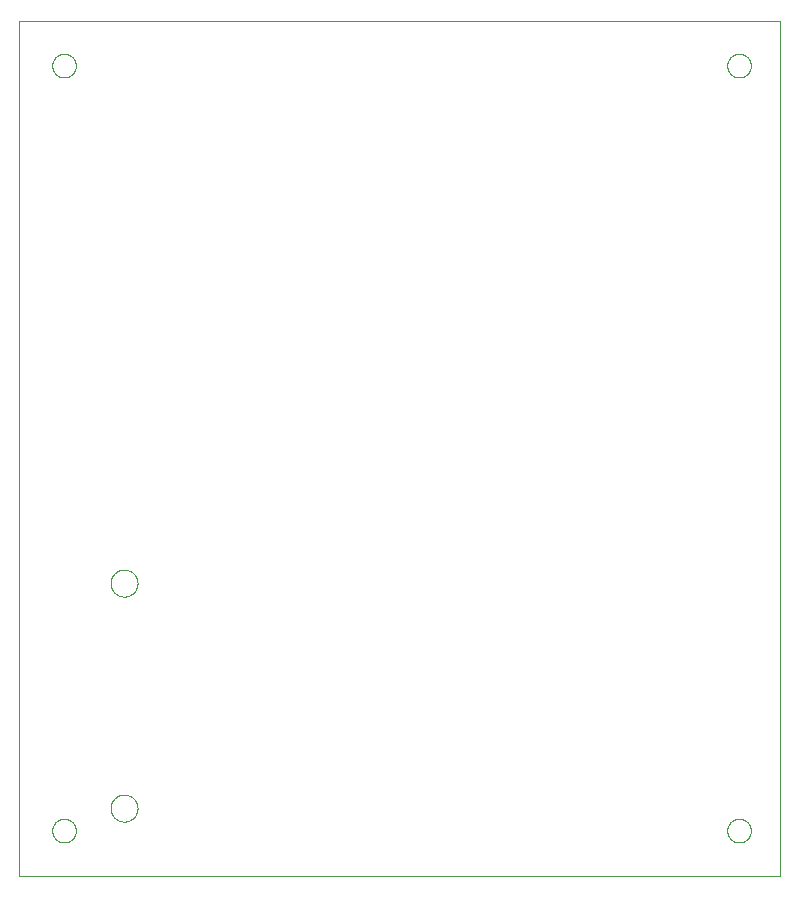
<source format=gko>
G75*
%MOIN*%
%OFA0B0*%
%FSLAX25Y25*%
%IPPOS*%
%LPD*%
%AMOC8*
5,1,8,0,0,1.08239X$1,22.5*
%
%ADD10C,0.00000*%
D10*
X0001000Y0001000D02*
X0001000Y0285961D01*
X0254701Y0285961D01*
X0254701Y0001000D01*
X0001000Y0001000D01*
X0012063Y0016000D02*
X0012065Y0016125D01*
X0012071Y0016250D01*
X0012081Y0016374D01*
X0012095Y0016498D01*
X0012112Y0016622D01*
X0012134Y0016745D01*
X0012160Y0016867D01*
X0012189Y0016989D01*
X0012222Y0017109D01*
X0012260Y0017228D01*
X0012300Y0017347D01*
X0012345Y0017463D01*
X0012393Y0017578D01*
X0012445Y0017692D01*
X0012501Y0017804D01*
X0012560Y0017914D01*
X0012622Y0018022D01*
X0012688Y0018129D01*
X0012757Y0018233D01*
X0012830Y0018334D01*
X0012905Y0018434D01*
X0012984Y0018531D01*
X0013066Y0018625D01*
X0013151Y0018717D01*
X0013238Y0018806D01*
X0013329Y0018892D01*
X0013422Y0018975D01*
X0013518Y0019056D01*
X0013616Y0019133D01*
X0013716Y0019207D01*
X0013819Y0019278D01*
X0013924Y0019345D01*
X0014032Y0019410D01*
X0014141Y0019470D01*
X0014252Y0019528D01*
X0014365Y0019581D01*
X0014479Y0019631D01*
X0014595Y0019678D01*
X0014712Y0019720D01*
X0014831Y0019759D01*
X0014951Y0019795D01*
X0015072Y0019826D01*
X0015194Y0019854D01*
X0015316Y0019877D01*
X0015440Y0019897D01*
X0015564Y0019913D01*
X0015688Y0019925D01*
X0015813Y0019933D01*
X0015938Y0019937D01*
X0016062Y0019937D01*
X0016187Y0019933D01*
X0016312Y0019925D01*
X0016436Y0019913D01*
X0016560Y0019897D01*
X0016684Y0019877D01*
X0016806Y0019854D01*
X0016928Y0019826D01*
X0017049Y0019795D01*
X0017169Y0019759D01*
X0017288Y0019720D01*
X0017405Y0019678D01*
X0017521Y0019631D01*
X0017635Y0019581D01*
X0017748Y0019528D01*
X0017859Y0019470D01*
X0017969Y0019410D01*
X0018076Y0019345D01*
X0018181Y0019278D01*
X0018284Y0019207D01*
X0018384Y0019133D01*
X0018482Y0019056D01*
X0018578Y0018975D01*
X0018671Y0018892D01*
X0018762Y0018806D01*
X0018849Y0018717D01*
X0018934Y0018625D01*
X0019016Y0018531D01*
X0019095Y0018434D01*
X0019170Y0018334D01*
X0019243Y0018233D01*
X0019312Y0018129D01*
X0019378Y0018022D01*
X0019440Y0017914D01*
X0019499Y0017804D01*
X0019555Y0017692D01*
X0019607Y0017578D01*
X0019655Y0017463D01*
X0019700Y0017347D01*
X0019740Y0017228D01*
X0019778Y0017109D01*
X0019811Y0016989D01*
X0019840Y0016867D01*
X0019866Y0016745D01*
X0019888Y0016622D01*
X0019905Y0016498D01*
X0019919Y0016374D01*
X0019929Y0016250D01*
X0019935Y0016125D01*
X0019937Y0016000D01*
X0019935Y0015875D01*
X0019929Y0015750D01*
X0019919Y0015626D01*
X0019905Y0015502D01*
X0019888Y0015378D01*
X0019866Y0015255D01*
X0019840Y0015133D01*
X0019811Y0015011D01*
X0019778Y0014891D01*
X0019740Y0014772D01*
X0019700Y0014653D01*
X0019655Y0014537D01*
X0019607Y0014422D01*
X0019555Y0014308D01*
X0019499Y0014196D01*
X0019440Y0014086D01*
X0019378Y0013978D01*
X0019312Y0013871D01*
X0019243Y0013767D01*
X0019170Y0013666D01*
X0019095Y0013566D01*
X0019016Y0013469D01*
X0018934Y0013375D01*
X0018849Y0013283D01*
X0018762Y0013194D01*
X0018671Y0013108D01*
X0018578Y0013025D01*
X0018482Y0012944D01*
X0018384Y0012867D01*
X0018284Y0012793D01*
X0018181Y0012722D01*
X0018076Y0012655D01*
X0017968Y0012590D01*
X0017859Y0012530D01*
X0017748Y0012472D01*
X0017635Y0012419D01*
X0017521Y0012369D01*
X0017405Y0012322D01*
X0017288Y0012280D01*
X0017169Y0012241D01*
X0017049Y0012205D01*
X0016928Y0012174D01*
X0016806Y0012146D01*
X0016684Y0012123D01*
X0016560Y0012103D01*
X0016436Y0012087D01*
X0016312Y0012075D01*
X0016187Y0012067D01*
X0016062Y0012063D01*
X0015938Y0012063D01*
X0015813Y0012067D01*
X0015688Y0012075D01*
X0015564Y0012087D01*
X0015440Y0012103D01*
X0015316Y0012123D01*
X0015194Y0012146D01*
X0015072Y0012174D01*
X0014951Y0012205D01*
X0014831Y0012241D01*
X0014712Y0012280D01*
X0014595Y0012322D01*
X0014479Y0012369D01*
X0014365Y0012419D01*
X0014252Y0012472D01*
X0014141Y0012530D01*
X0014031Y0012590D01*
X0013924Y0012655D01*
X0013819Y0012722D01*
X0013716Y0012793D01*
X0013616Y0012867D01*
X0013518Y0012944D01*
X0013422Y0013025D01*
X0013329Y0013108D01*
X0013238Y0013194D01*
X0013151Y0013283D01*
X0013066Y0013375D01*
X0012984Y0013469D01*
X0012905Y0013566D01*
X0012830Y0013666D01*
X0012757Y0013767D01*
X0012688Y0013871D01*
X0012622Y0013978D01*
X0012560Y0014086D01*
X0012501Y0014196D01*
X0012445Y0014308D01*
X0012393Y0014422D01*
X0012345Y0014537D01*
X0012300Y0014653D01*
X0012260Y0014772D01*
X0012222Y0014891D01*
X0012189Y0015011D01*
X0012160Y0015133D01*
X0012134Y0015255D01*
X0012112Y0015378D01*
X0012095Y0015502D01*
X0012081Y0015626D01*
X0012071Y0015750D01*
X0012065Y0015875D01*
X0012063Y0016000D01*
X0031500Y0023500D02*
X0031502Y0023634D01*
X0031508Y0023768D01*
X0031518Y0023901D01*
X0031532Y0024035D01*
X0031550Y0024168D01*
X0031572Y0024300D01*
X0031597Y0024431D01*
X0031627Y0024562D01*
X0031661Y0024692D01*
X0031698Y0024820D01*
X0031739Y0024948D01*
X0031784Y0025074D01*
X0031833Y0025199D01*
X0031885Y0025322D01*
X0031941Y0025444D01*
X0032001Y0025564D01*
X0032064Y0025682D01*
X0032131Y0025798D01*
X0032201Y0025912D01*
X0032275Y0026024D01*
X0032352Y0026134D01*
X0032432Y0026242D01*
X0032515Y0026347D01*
X0032601Y0026449D01*
X0032690Y0026549D01*
X0032783Y0026646D01*
X0032878Y0026741D01*
X0032976Y0026832D01*
X0033076Y0026921D01*
X0033179Y0027006D01*
X0033285Y0027089D01*
X0033393Y0027168D01*
X0033503Y0027244D01*
X0033616Y0027317D01*
X0033731Y0027386D01*
X0033847Y0027452D01*
X0033966Y0027514D01*
X0034086Y0027573D01*
X0034209Y0027628D01*
X0034332Y0027680D01*
X0034457Y0027727D01*
X0034584Y0027771D01*
X0034712Y0027812D01*
X0034841Y0027848D01*
X0034971Y0027881D01*
X0035102Y0027909D01*
X0035233Y0027934D01*
X0035366Y0027955D01*
X0035499Y0027972D01*
X0035632Y0027985D01*
X0035766Y0027994D01*
X0035900Y0027999D01*
X0036034Y0028000D01*
X0036167Y0027997D01*
X0036301Y0027990D01*
X0036435Y0027979D01*
X0036568Y0027964D01*
X0036701Y0027945D01*
X0036833Y0027922D01*
X0036964Y0027896D01*
X0037094Y0027865D01*
X0037224Y0027830D01*
X0037352Y0027792D01*
X0037479Y0027750D01*
X0037605Y0027704D01*
X0037730Y0027654D01*
X0037853Y0027601D01*
X0037974Y0027544D01*
X0038094Y0027483D01*
X0038211Y0027419D01*
X0038327Y0027352D01*
X0038441Y0027281D01*
X0038552Y0027206D01*
X0038661Y0027129D01*
X0038768Y0027048D01*
X0038873Y0026964D01*
X0038974Y0026877D01*
X0039074Y0026787D01*
X0039170Y0026694D01*
X0039264Y0026598D01*
X0039355Y0026499D01*
X0039442Y0026398D01*
X0039527Y0026294D01*
X0039609Y0026188D01*
X0039687Y0026080D01*
X0039762Y0025969D01*
X0039834Y0025856D01*
X0039903Y0025740D01*
X0039968Y0025623D01*
X0040029Y0025504D01*
X0040087Y0025383D01*
X0040141Y0025261D01*
X0040192Y0025137D01*
X0040239Y0025011D01*
X0040282Y0024884D01*
X0040321Y0024756D01*
X0040357Y0024627D01*
X0040388Y0024497D01*
X0040416Y0024366D01*
X0040440Y0024234D01*
X0040460Y0024101D01*
X0040476Y0023968D01*
X0040488Y0023835D01*
X0040496Y0023701D01*
X0040500Y0023567D01*
X0040500Y0023433D01*
X0040496Y0023299D01*
X0040488Y0023165D01*
X0040476Y0023032D01*
X0040460Y0022899D01*
X0040440Y0022766D01*
X0040416Y0022634D01*
X0040388Y0022503D01*
X0040357Y0022373D01*
X0040321Y0022244D01*
X0040282Y0022116D01*
X0040239Y0021989D01*
X0040192Y0021863D01*
X0040141Y0021739D01*
X0040087Y0021617D01*
X0040029Y0021496D01*
X0039968Y0021377D01*
X0039903Y0021260D01*
X0039834Y0021144D01*
X0039762Y0021031D01*
X0039687Y0020920D01*
X0039609Y0020812D01*
X0039527Y0020706D01*
X0039442Y0020602D01*
X0039355Y0020501D01*
X0039264Y0020402D01*
X0039170Y0020306D01*
X0039074Y0020213D01*
X0038974Y0020123D01*
X0038873Y0020036D01*
X0038768Y0019952D01*
X0038661Y0019871D01*
X0038552Y0019794D01*
X0038441Y0019719D01*
X0038327Y0019648D01*
X0038211Y0019581D01*
X0038094Y0019517D01*
X0037974Y0019456D01*
X0037853Y0019399D01*
X0037730Y0019346D01*
X0037605Y0019296D01*
X0037479Y0019250D01*
X0037352Y0019208D01*
X0037224Y0019170D01*
X0037094Y0019135D01*
X0036964Y0019104D01*
X0036833Y0019078D01*
X0036701Y0019055D01*
X0036568Y0019036D01*
X0036435Y0019021D01*
X0036301Y0019010D01*
X0036167Y0019003D01*
X0036034Y0019000D01*
X0035900Y0019001D01*
X0035766Y0019006D01*
X0035632Y0019015D01*
X0035499Y0019028D01*
X0035366Y0019045D01*
X0035233Y0019066D01*
X0035102Y0019091D01*
X0034971Y0019119D01*
X0034841Y0019152D01*
X0034712Y0019188D01*
X0034584Y0019229D01*
X0034457Y0019273D01*
X0034332Y0019320D01*
X0034209Y0019372D01*
X0034086Y0019427D01*
X0033966Y0019486D01*
X0033847Y0019548D01*
X0033731Y0019614D01*
X0033616Y0019683D01*
X0033503Y0019756D01*
X0033393Y0019832D01*
X0033285Y0019911D01*
X0033179Y0019994D01*
X0033076Y0020079D01*
X0032976Y0020168D01*
X0032878Y0020259D01*
X0032783Y0020354D01*
X0032690Y0020451D01*
X0032601Y0020551D01*
X0032515Y0020653D01*
X0032432Y0020758D01*
X0032352Y0020866D01*
X0032275Y0020976D01*
X0032201Y0021088D01*
X0032131Y0021202D01*
X0032064Y0021318D01*
X0032001Y0021436D01*
X0031941Y0021556D01*
X0031885Y0021678D01*
X0031833Y0021801D01*
X0031784Y0021926D01*
X0031739Y0022052D01*
X0031698Y0022180D01*
X0031661Y0022308D01*
X0031627Y0022438D01*
X0031597Y0022569D01*
X0031572Y0022700D01*
X0031550Y0022832D01*
X0031532Y0022965D01*
X0031518Y0023099D01*
X0031508Y0023232D01*
X0031502Y0023366D01*
X0031500Y0023500D01*
X0031500Y0098500D02*
X0031502Y0098634D01*
X0031508Y0098768D01*
X0031518Y0098901D01*
X0031532Y0099035D01*
X0031550Y0099168D01*
X0031572Y0099300D01*
X0031597Y0099431D01*
X0031627Y0099562D01*
X0031661Y0099692D01*
X0031698Y0099820D01*
X0031739Y0099948D01*
X0031784Y0100074D01*
X0031833Y0100199D01*
X0031885Y0100322D01*
X0031941Y0100444D01*
X0032001Y0100564D01*
X0032064Y0100682D01*
X0032131Y0100798D01*
X0032201Y0100912D01*
X0032275Y0101024D01*
X0032352Y0101134D01*
X0032432Y0101242D01*
X0032515Y0101347D01*
X0032601Y0101449D01*
X0032690Y0101549D01*
X0032783Y0101646D01*
X0032878Y0101741D01*
X0032976Y0101832D01*
X0033076Y0101921D01*
X0033179Y0102006D01*
X0033285Y0102089D01*
X0033393Y0102168D01*
X0033503Y0102244D01*
X0033616Y0102317D01*
X0033731Y0102386D01*
X0033847Y0102452D01*
X0033966Y0102514D01*
X0034086Y0102573D01*
X0034209Y0102628D01*
X0034332Y0102680D01*
X0034457Y0102727D01*
X0034584Y0102771D01*
X0034712Y0102812D01*
X0034841Y0102848D01*
X0034971Y0102881D01*
X0035102Y0102909D01*
X0035233Y0102934D01*
X0035366Y0102955D01*
X0035499Y0102972D01*
X0035632Y0102985D01*
X0035766Y0102994D01*
X0035900Y0102999D01*
X0036034Y0103000D01*
X0036167Y0102997D01*
X0036301Y0102990D01*
X0036435Y0102979D01*
X0036568Y0102964D01*
X0036701Y0102945D01*
X0036833Y0102922D01*
X0036964Y0102896D01*
X0037094Y0102865D01*
X0037224Y0102830D01*
X0037352Y0102792D01*
X0037479Y0102750D01*
X0037605Y0102704D01*
X0037730Y0102654D01*
X0037853Y0102601D01*
X0037974Y0102544D01*
X0038094Y0102483D01*
X0038211Y0102419D01*
X0038327Y0102352D01*
X0038441Y0102281D01*
X0038552Y0102206D01*
X0038661Y0102129D01*
X0038768Y0102048D01*
X0038873Y0101964D01*
X0038974Y0101877D01*
X0039074Y0101787D01*
X0039170Y0101694D01*
X0039264Y0101598D01*
X0039355Y0101499D01*
X0039442Y0101398D01*
X0039527Y0101294D01*
X0039609Y0101188D01*
X0039687Y0101080D01*
X0039762Y0100969D01*
X0039834Y0100856D01*
X0039903Y0100740D01*
X0039968Y0100623D01*
X0040029Y0100504D01*
X0040087Y0100383D01*
X0040141Y0100261D01*
X0040192Y0100137D01*
X0040239Y0100011D01*
X0040282Y0099884D01*
X0040321Y0099756D01*
X0040357Y0099627D01*
X0040388Y0099497D01*
X0040416Y0099366D01*
X0040440Y0099234D01*
X0040460Y0099101D01*
X0040476Y0098968D01*
X0040488Y0098835D01*
X0040496Y0098701D01*
X0040500Y0098567D01*
X0040500Y0098433D01*
X0040496Y0098299D01*
X0040488Y0098165D01*
X0040476Y0098032D01*
X0040460Y0097899D01*
X0040440Y0097766D01*
X0040416Y0097634D01*
X0040388Y0097503D01*
X0040357Y0097373D01*
X0040321Y0097244D01*
X0040282Y0097116D01*
X0040239Y0096989D01*
X0040192Y0096863D01*
X0040141Y0096739D01*
X0040087Y0096617D01*
X0040029Y0096496D01*
X0039968Y0096377D01*
X0039903Y0096260D01*
X0039834Y0096144D01*
X0039762Y0096031D01*
X0039687Y0095920D01*
X0039609Y0095812D01*
X0039527Y0095706D01*
X0039442Y0095602D01*
X0039355Y0095501D01*
X0039264Y0095402D01*
X0039170Y0095306D01*
X0039074Y0095213D01*
X0038974Y0095123D01*
X0038873Y0095036D01*
X0038768Y0094952D01*
X0038661Y0094871D01*
X0038552Y0094794D01*
X0038441Y0094719D01*
X0038327Y0094648D01*
X0038211Y0094581D01*
X0038094Y0094517D01*
X0037974Y0094456D01*
X0037853Y0094399D01*
X0037730Y0094346D01*
X0037605Y0094296D01*
X0037479Y0094250D01*
X0037352Y0094208D01*
X0037224Y0094170D01*
X0037094Y0094135D01*
X0036964Y0094104D01*
X0036833Y0094078D01*
X0036701Y0094055D01*
X0036568Y0094036D01*
X0036435Y0094021D01*
X0036301Y0094010D01*
X0036167Y0094003D01*
X0036034Y0094000D01*
X0035900Y0094001D01*
X0035766Y0094006D01*
X0035632Y0094015D01*
X0035499Y0094028D01*
X0035366Y0094045D01*
X0035233Y0094066D01*
X0035102Y0094091D01*
X0034971Y0094119D01*
X0034841Y0094152D01*
X0034712Y0094188D01*
X0034584Y0094229D01*
X0034457Y0094273D01*
X0034332Y0094320D01*
X0034209Y0094372D01*
X0034086Y0094427D01*
X0033966Y0094486D01*
X0033847Y0094548D01*
X0033731Y0094614D01*
X0033616Y0094683D01*
X0033503Y0094756D01*
X0033393Y0094832D01*
X0033285Y0094911D01*
X0033179Y0094994D01*
X0033076Y0095079D01*
X0032976Y0095168D01*
X0032878Y0095259D01*
X0032783Y0095354D01*
X0032690Y0095451D01*
X0032601Y0095551D01*
X0032515Y0095653D01*
X0032432Y0095758D01*
X0032352Y0095866D01*
X0032275Y0095976D01*
X0032201Y0096088D01*
X0032131Y0096202D01*
X0032064Y0096318D01*
X0032001Y0096436D01*
X0031941Y0096556D01*
X0031885Y0096678D01*
X0031833Y0096801D01*
X0031784Y0096926D01*
X0031739Y0097052D01*
X0031698Y0097180D01*
X0031661Y0097308D01*
X0031627Y0097438D01*
X0031597Y0097569D01*
X0031572Y0097700D01*
X0031550Y0097832D01*
X0031532Y0097965D01*
X0031518Y0098099D01*
X0031508Y0098232D01*
X0031502Y0098366D01*
X0031500Y0098500D01*
X0012063Y0271000D02*
X0012065Y0271125D01*
X0012071Y0271250D01*
X0012081Y0271374D01*
X0012095Y0271498D01*
X0012112Y0271622D01*
X0012134Y0271745D01*
X0012160Y0271867D01*
X0012189Y0271989D01*
X0012222Y0272109D01*
X0012260Y0272228D01*
X0012300Y0272347D01*
X0012345Y0272463D01*
X0012393Y0272578D01*
X0012445Y0272692D01*
X0012501Y0272804D01*
X0012560Y0272914D01*
X0012622Y0273022D01*
X0012688Y0273129D01*
X0012757Y0273233D01*
X0012830Y0273334D01*
X0012905Y0273434D01*
X0012984Y0273531D01*
X0013066Y0273625D01*
X0013151Y0273717D01*
X0013238Y0273806D01*
X0013329Y0273892D01*
X0013422Y0273975D01*
X0013518Y0274056D01*
X0013616Y0274133D01*
X0013716Y0274207D01*
X0013819Y0274278D01*
X0013924Y0274345D01*
X0014032Y0274410D01*
X0014141Y0274470D01*
X0014252Y0274528D01*
X0014365Y0274581D01*
X0014479Y0274631D01*
X0014595Y0274678D01*
X0014712Y0274720D01*
X0014831Y0274759D01*
X0014951Y0274795D01*
X0015072Y0274826D01*
X0015194Y0274854D01*
X0015316Y0274877D01*
X0015440Y0274897D01*
X0015564Y0274913D01*
X0015688Y0274925D01*
X0015813Y0274933D01*
X0015938Y0274937D01*
X0016062Y0274937D01*
X0016187Y0274933D01*
X0016312Y0274925D01*
X0016436Y0274913D01*
X0016560Y0274897D01*
X0016684Y0274877D01*
X0016806Y0274854D01*
X0016928Y0274826D01*
X0017049Y0274795D01*
X0017169Y0274759D01*
X0017288Y0274720D01*
X0017405Y0274678D01*
X0017521Y0274631D01*
X0017635Y0274581D01*
X0017748Y0274528D01*
X0017859Y0274470D01*
X0017969Y0274410D01*
X0018076Y0274345D01*
X0018181Y0274278D01*
X0018284Y0274207D01*
X0018384Y0274133D01*
X0018482Y0274056D01*
X0018578Y0273975D01*
X0018671Y0273892D01*
X0018762Y0273806D01*
X0018849Y0273717D01*
X0018934Y0273625D01*
X0019016Y0273531D01*
X0019095Y0273434D01*
X0019170Y0273334D01*
X0019243Y0273233D01*
X0019312Y0273129D01*
X0019378Y0273022D01*
X0019440Y0272914D01*
X0019499Y0272804D01*
X0019555Y0272692D01*
X0019607Y0272578D01*
X0019655Y0272463D01*
X0019700Y0272347D01*
X0019740Y0272228D01*
X0019778Y0272109D01*
X0019811Y0271989D01*
X0019840Y0271867D01*
X0019866Y0271745D01*
X0019888Y0271622D01*
X0019905Y0271498D01*
X0019919Y0271374D01*
X0019929Y0271250D01*
X0019935Y0271125D01*
X0019937Y0271000D01*
X0019935Y0270875D01*
X0019929Y0270750D01*
X0019919Y0270626D01*
X0019905Y0270502D01*
X0019888Y0270378D01*
X0019866Y0270255D01*
X0019840Y0270133D01*
X0019811Y0270011D01*
X0019778Y0269891D01*
X0019740Y0269772D01*
X0019700Y0269653D01*
X0019655Y0269537D01*
X0019607Y0269422D01*
X0019555Y0269308D01*
X0019499Y0269196D01*
X0019440Y0269086D01*
X0019378Y0268978D01*
X0019312Y0268871D01*
X0019243Y0268767D01*
X0019170Y0268666D01*
X0019095Y0268566D01*
X0019016Y0268469D01*
X0018934Y0268375D01*
X0018849Y0268283D01*
X0018762Y0268194D01*
X0018671Y0268108D01*
X0018578Y0268025D01*
X0018482Y0267944D01*
X0018384Y0267867D01*
X0018284Y0267793D01*
X0018181Y0267722D01*
X0018076Y0267655D01*
X0017968Y0267590D01*
X0017859Y0267530D01*
X0017748Y0267472D01*
X0017635Y0267419D01*
X0017521Y0267369D01*
X0017405Y0267322D01*
X0017288Y0267280D01*
X0017169Y0267241D01*
X0017049Y0267205D01*
X0016928Y0267174D01*
X0016806Y0267146D01*
X0016684Y0267123D01*
X0016560Y0267103D01*
X0016436Y0267087D01*
X0016312Y0267075D01*
X0016187Y0267067D01*
X0016062Y0267063D01*
X0015938Y0267063D01*
X0015813Y0267067D01*
X0015688Y0267075D01*
X0015564Y0267087D01*
X0015440Y0267103D01*
X0015316Y0267123D01*
X0015194Y0267146D01*
X0015072Y0267174D01*
X0014951Y0267205D01*
X0014831Y0267241D01*
X0014712Y0267280D01*
X0014595Y0267322D01*
X0014479Y0267369D01*
X0014365Y0267419D01*
X0014252Y0267472D01*
X0014141Y0267530D01*
X0014031Y0267590D01*
X0013924Y0267655D01*
X0013819Y0267722D01*
X0013716Y0267793D01*
X0013616Y0267867D01*
X0013518Y0267944D01*
X0013422Y0268025D01*
X0013329Y0268108D01*
X0013238Y0268194D01*
X0013151Y0268283D01*
X0013066Y0268375D01*
X0012984Y0268469D01*
X0012905Y0268566D01*
X0012830Y0268666D01*
X0012757Y0268767D01*
X0012688Y0268871D01*
X0012622Y0268978D01*
X0012560Y0269086D01*
X0012501Y0269196D01*
X0012445Y0269308D01*
X0012393Y0269422D01*
X0012345Y0269537D01*
X0012300Y0269653D01*
X0012260Y0269772D01*
X0012222Y0269891D01*
X0012189Y0270011D01*
X0012160Y0270133D01*
X0012134Y0270255D01*
X0012112Y0270378D01*
X0012095Y0270502D01*
X0012081Y0270626D01*
X0012071Y0270750D01*
X0012065Y0270875D01*
X0012063Y0271000D01*
X0237063Y0271000D02*
X0237065Y0271125D01*
X0237071Y0271250D01*
X0237081Y0271374D01*
X0237095Y0271498D01*
X0237112Y0271622D01*
X0237134Y0271745D01*
X0237160Y0271867D01*
X0237189Y0271989D01*
X0237222Y0272109D01*
X0237260Y0272228D01*
X0237300Y0272347D01*
X0237345Y0272463D01*
X0237393Y0272578D01*
X0237445Y0272692D01*
X0237501Y0272804D01*
X0237560Y0272914D01*
X0237622Y0273022D01*
X0237688Y0273129D01*
X0237757Y0273233D01*
X0237830Y0273334D01*
X0237905Y0273434D01*
X0237984Y0273531D01*
X0238066Y0273625D01*
X0238151Y0273717D01*
X0238238Y0273806D01*
X0238329Y0273892D01*
X0238422Y0273975D01*
X0238518Y0274056D01*
X0238616Y0274133D01*
X0238716Y0274207D01*
X0238819Y0274278D01*
X0238924Y0274345D01*
X0239032Y0274410D01*
X0239141Y0274470D01*
X0239252Y0274528D01*
X0239365Y0274581D01*
X0239479Y0274631D01*
X0239595Y0274678D01*
X0239712Y0274720D01*
X0239831Y0274759D01*
X0239951Y0274795D01*
X0240072Y0274826D01*
X0240194Y0274854D01*
X0240316Y0274877D01*
X0240440Y0274897D01*
X0240564Y0274913D01*
X0240688Y0274925D01*
X0240813Y0274933D01*
X0240938Y0274937D01*
X0241062Y0274937D01*
X0241187Y0274933D01*
X0241312Y0274925D01*
X0241436Y0274913D01*
X0241560Y0274897D01*
X0241684Y0274877D01*
X0241806Y0274854D01*
X0241928Y0274826D01*
X0242049Y0274795D01*
X0242169Y0274759D01*
X0242288Y0274720D01*
X0242405Y0274678D01*
X0242521Y0274631D01*
X0242635Y0274581D01*
X0242748Y0274528D01*
X0242859Y0274470D01*
X0242969Y0274410D01*
X0243076Y0274345D01*
X0243181Y0274278D01*
X0243284Y0274207D01*
X0243384Y0274133D01*
X0243482Y0274056D01*
X0243578Y0273975D01*
X0243671Y0273892D01*
X0243762Y0273806D01*
X0243849Y0273717D01*
X0243934Y0273625D01*
X0244016Y0273531D01*
X0244095Y0273434D01*
X0244170Y0273334D01*
X0244243Y0273233D01*
X0244312Y0273129D01*
X0244378Y0273022D01*
X0244440Y0272914D01*
X0244499Y0272804D01*
X0244555Y0272692D01*
X0244607Y0272578D01*
X0244655Y0272463D01*
X0244700Y0272347D01*
X0244740Y0272228D01*
X0244778Y0272109D01*
X0244811Y0271989D01*
X0244840Y0271867D01*
X0244866Y0271745D01*
X0244888Y0271622D01*
X0244905Y0271498D01*
X0244919Y0271374D01*
X0244929Y0271250D01*
X0244935Y0271125D01*
X0244937Y0271000D01*
X0244935Y0270875D01*
X0244929Y0270750D01*
X0244919Y0270626D01*
X0244905Y0270502D01*
X0244888Y0270378D01*
X0244866Y0270255D01*
X0244840Y0270133D01*
X0244811Y0270011D01*
X0244778Y0269891D01*
X0244740Y0269772D01*
X0244700Y0269653D01*
X0244655Y0269537D01*
X0244607Y0269422D01*
X0244555Y0269308D01*
X0244499Y0269196D01*
X0244440Y0269086D01*
X0244378Y0268978D01*
X0244312Y0268871D01*
X0244243Y0268767D01*
X0244170Y0268666D01*
X0244095Y0268566D01*
X0244016Y0268469D01*
X0243934Y0268375D01*
X0243849Y0268283D01*
X0243762Y0268194D01*
X0243671Y0268108D01*
X0243578Y0268025D01*
X0243482Y0267944D01*
X0243384Y0267867D01*
X0243284Y0267793D01*
X0243181Y0267722D01*
X0243076Y0267655D01*
X0242968Y0267590D01*
X0242859Y0267530D01*
X0242748Y0267472D01*
X0242635Y0267419D01*
X0242521Y0267369D01*
X0242405Y0267322D01*
X0242288Y0267280D01*
X0242169Y0267241D01*
X0242049Y0267205D01*
X0241928Y0267174D01*
X0241806Y0267146D01*
X0241684Y0267123D01*
X0241560Y0267103D01*
X0241436Y0267087D01*
X0241312Y0267075D01*
X0241187Y0267067D01*
X0241062Y0267063D01*
X0240938Y0267063D01*
X0240813Y0267067D01*
X0240688Y0267075D01*
X0240564Y0267087D01*
X0240440Y0267103D01*
X0240316Y0267123D01*
X0240194Y0267146D01*
X0240072Y0267174D01*
X0239951Y0267205D01*
X0239831Y0267241D01*
X0239712Y0267280D01*
X0239595Y0267322D01*
X0239479Y0267369D01*
X0239365Y0267419D01*
X0239252Y0267472D01*
X0239141Y0267530D01*
X0239031Y0267590D01*
X0238924Y0267655D01*
X0238819Y0267722D01*
X0238716Y0267793D01*
X0238616Y0267867D01*
X0238518Y0267944D01*
X0238422Y0268025D01*
X0238329Y0268108D01*
X0238238Y0268194D01*
X0238151Y0268283D01*
X0238066Y0268375D01*
X0237984Y0268469D01*
X0237905Y0268566D01*
X0237830Y0268666D01*
X0237757Y0268767D01*
X0237688Y0268871D01*
X0237622Y0268978D01*
X0237560Y0269086D01*
X0237501Y0269196D01*
X0237445Y0269308D01*
X0237393Y0269422D01*
X0237345Y0269537D01*
X0237300Y0269653D01*
X0237260Y0269772D01*
X0237222Y0269891D01*
X0237189Y0270011D01*
X0237160Y0270133D01*
X0237134Y0270255D01*
X0237112Y0270378D01*
X0237095Y0270502D01*
X0237081Y0270626D01*
X0237071Y0270750D01*
X0237065Y0270875D01*
X0237063Y0271000D01*
X0237063Y0016000D02*
X0237065Y0016125D01*
X0237071Y0016250D01*
X0237081Y0016374D01*
X0237095Y0016498D01*
X0237112Y0016622D01*
X0237134Y0016745D01*
X0237160Y0016867D01*
X0237189Y0016989D01*
X0237222Y0017109D01*
X0237260Y0017228D01*
X0237300Y0017347D01*
X0237345Y0017463D01*
X0237393Y0017578D01*
X0237445Y0017692D01*
X0237501Y0017804D01*
X0237560Y0017914D01*
X0237622Y0018022D01*
X0237688Y0018129D01*
X0237757Y0018233D01*
X0237830Y0018334D01*
X0237905Y0018434D01*
X0237984Y0018531D01*
X0238066Y0018625D01*
X0238151Y0018717D01*
X0238238Y0018806D01*
X0238329Y0018892D01*
X0238422Y0018975D01*
X0238518Y0019056D01*
X0238616Y0019133D01*
X0238716Y0019207D01*
X0238819Y0019278D01*
X0238924Y0019345D01*
X0239032Y0019410D01*
X0239141Y0019470D01*
X0239252Y0019528D01*
X0239365Y0019581D01*
X0239479Y0019631D01*
X0239595Y0019678D01*
X0239712Y0019720D01*
X0239831Y0019759D01*
X0239951Y0019795D01*
X0240072Y0019826D01*
X0240194Y0019854D01*
X0240316Y0019877D01*
X0240440Y0019897D01*
X0240564Y0019913D01*
X0240688Y0019925D01*
X0240813Y0019933D01*
X0240938Y0019937D01*
X0241062Y0019937D01*
X0241187Y0019933D01*
X0241312Y0019925D01*
X0241436Y0019913D01*
X0241560Y0019897D01*
X0241684Y0019877D01*
X0241806Y0019854D01*
X0241928Y0019826D01*
X0242049Y0019795D01*
X0242169Y0019759D01*
X0242288Y0019720D01*
X0242405Y0019678D01*
X0242521Y0019631D01*
X0242635Y0019581D01*
X0242748Y0019528D01*
X0242859Y0019470D01*
X0242969Y0019410D01*
X0243076Y0019345D01*
X0243181Y0019278D01*
X0243284Y0019207D01*
X0243384Y0019133D01*
X0243482Y0019056D01*
X0243578Y0018975D01*
X0243671Y0018892D01*
X0243762Y0018806D01*
X0243849Y0018717D01*
X0243934Y0018625D01*
X0244016Y0018531D01*
X0244095Y0018434D01*
X0244170Y0018334D01*
X0244243Y0018233D01*
X0244312Y0018129D01*
X0244378Y0018022D01*
X0244440Y0017914D01*
X0244499Y0017804D01*
X0244555Y0017692D01*
X0244607Y0017578D01*
X0244655Y0017463D01*
X0244700Y0017347D01*
X0244740Y0017228D01*
X0244778Y0017109D01*
X0244811Y0016989D01*
X0244840Y0016867D01*
X0244866Y0016745D01*
X0244888Y0016622D01*
X0244905Y0016498D01*
X0244919Y0016374D01*
X0244929Y0016250D01*
X0244935Y0016125D01*
X0244937Y0016000D01*
X0244935Y0015875D01*
X0244929Y0015750D01*
X0244919Y0015626D01*
X0244905Y0015502D01*
X0244888Y0015378D01*
X0244866Y0015255D01*
X0244840Y0015133D01*
X0244811Y0015011D01*
X0244778Y0014891D01*
X0244740Y0014772D01*
X0244700Y0014653D01*
X0244655Y0014537D01*
X0244607Y0014422D01*
X0244555Y0014308D01*
X0244499Y0014196D01*
X0244440Y0014086D01*
X0244378Y0013978D01*
X0244312Y0013871D01*
X0244243Y0013767D01*
X0244170Y0013666D01*
X0244095Y0013566D01*
X0244016Y0013469D01*
X0243934Y0013375D01*
X0243849Y0013283D01*
X0243762Y0013194D01*
X0243671Y0013108D01*
X0243578Y0013025D01*
X0243482Y0012944D01*
X0243384Y0012867D01*
X0243284Y0012793D01*
X0243181Y0012722D01*
X0243076Y0012655D01*
X0242968Y0012590D01*
X0242859Y0012530D01*
X0242748Y0012472D01*
X0242635Y0012419D01*
X0242521Y0012369D01*
X0242405Y0012322D01*
X0242288Y0012280D01*
X0242169Y0012241D01*
X0242049Y0012205D01*
X0241928Y0012174D01*
X0241806Y0012146D01*
X0241684Y0012123D01*
X0241560Y0012103D01*
X0241436Y0012087D01*
X0241312Y0012075D01*
X0241187Y0012067D01*
X0241062Y0012063D01*
X0240938Y0012063D01*
X0240813Y0012067D01*
X0240688Y0012075D01*
X0240564Y0012087D01*
X0240440Y0012103D01*
X0240316Y0012123D01*
X0240194Y0012146D01*
X0240072Y0012174D01*
X0239951Y0012205D01*
X0239831Y0012241D01*
X0239712Y0012280D01*
X0239595Y0012322D01*
X0239479Y0012369D01*
X0239365Y0012419D01*
X0239252Y0012472D01*
X0239141Y0012530D01*
X0239031Y0012590D01*
X0238924Y0012655D01*
X0238819Y0012722D01*
X0238716Y0012793D01*
X0238616Y0012867D01*
X0238518Y0012944D01*
X0238422Y0013025D01*
X0238329Y0013108D01*
X0238238Y0013194D01*
X0238151Y0013283D01*
X0238066Y0013375D01*
X0237984Y0013469D01*
X0237905Y0013566D01*
X0237830Y0013666D01*
X0237757Y0013767D01*
X0237688Y0013871D01*
X0237622Y0013978D01*
X0237560Y0014086D01*
X0237501Y0014196D01*
X0237445Y0014308D01*
X0237393Y0014422D01*
X0237345Y0014537D01*
X0237300Y0014653D01*
X0237260Y0014772D01*
X0237222Y0014891D01*
X0237189Y0015011D01*
X0237160Y0015133D01*
X0237134Y0015255D01*
X0237112Y0015378D01*
X0237095Y0015502D01*
X0237081Y0015626D01*
X0237071Y0015750D01*
X0237065Y0015875D01*
X0237063Y0016000D01*
M02*

</source>
